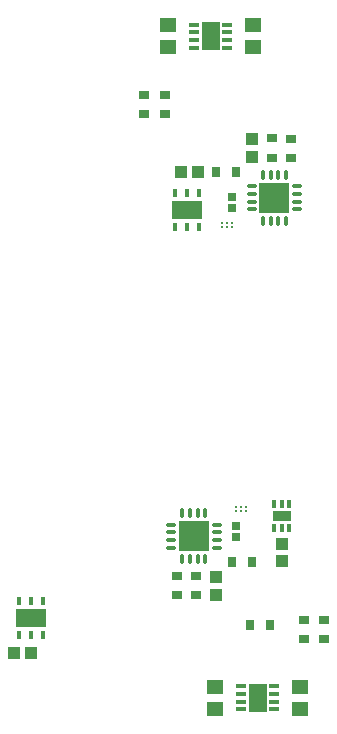
<source format=gtp>
G04*
G04 #@! TF.GenerationSoftware,Altium Limited,Altium Designer,23.8.1 (32)*
G04*
G04 Layer_Color=8421504*
%FSLAX25Y25*%
%MOIN*%
G70*
G04*
G04 #@! TF.SameCoordinates,E08CAFE3-3647-4911-8EA2-20DD2F02231A*
G04*
G04*
G04 #@! TF.FilePolarity,Positive*
G04*
G01*
G75*
%ADD14R,0.01181X0.02756*%
%ADD15R,0.06299X0.03504*%
%ADD16R,0.05866X0.09449*%
%ADD17R,0.03543X0.01378*%
%ADD18C,0.00787*%
%ADD19R,0.10236X0.10236*%
%ADD20O,0.03347X0.01181*%
%ADD21O,0.01181X0.03347*%
%ADD22R,0.01575X0.03150*%
%ADD23R,0.09843X0.05906*%
%ADD24R,0.02756X0.03543*%
%ADD25R,0.03543X0.02756*%
%ADD26R,0.03937X0.03937*%
%ADD27R,0.05709X0.05118*%
%ADD28R,0.02835X0.02677*%
%ADD29R,0.03937X0.03937*%
D14*
X18307Y-45886D02*
D03*
X15748D02*
D03*
X13189D02*
D03*
X18307Y-53720D02*
D03*
X15748D02*
D03*
X13189D02*
D03*
D15*
X15748Y-49803D02*
D03*
D16*
X7777Y-110380D02*
D03*
X-7874Y110236D02*
D03*
D17*
X13269Y-114219D02*
D03*
Y-111660D02*
D03*
Y-109101D02*
D03*
Y-106542D02*
D03*
X2285Y-114219D02*
D03*
Y-111660D02*
D03*
Y-109101D02*
D03*
Y-106542D02*
D03*
X-13366Y114075D02*
D03*
Y111516D02*
D03*
Y108957D02*
D03*
Y106398D02*
D03*
X-2382Y114075D02*
D03*
Y111516D02*
D03*
Y108957D02*
D03*
Y106398D02*
D03*
D18*
X3840Y-48176D02*
D03*
X2265D02*
D03*
X691D02*
D03*
X3840Y-46601D02*
D03*
X2265D02*
D03*
X691D02*
D03*
X-3937Y48031D02*
D03*
X-2362D02*
D03*
X-787D02*
D03*
X-3937Y46457D02*
D03*
X-2362D02*
D03*
X-787D02*
D03*
D19*
X-13483Y-56444D02*
D03*
X13386Y56299D02*
D03*
D20*
X-5904Y-52605D02*
D03*
Y-55164D02*
D03*
Y-57723D02*
D03*
Y-60282D02*
D03*
X-21061D02*
D03*
Y-57723D02*
D03*
Y-55164D02*
D03*
Y-52605D02*
D03*
X5807Y52461D02*
D03*
Y55020D02*
D03*
Y57579D02*
D03*
Y60138D02*
D03*
X20965D02*
D03*
Y57579D02*
D03*
Y55020D02*
D03*
Y52461D02*
D03*
D21*
X-9644Y-64022D02*
D03*
X-12203D02*
D03*
X-14762D02*
D03*
X-17321D02*
D03*
Y-48865D02*
D03*
X-14762D02*
D03*
X-12203D02*
D03*
X-9644D02*
D03*
X9547Y63878D02*
D03*
X12106D02*
D03*
X14665D02*
D03*
X17224D02*
D03*
Y48720D02*
D03*
X14665D02*
D03*
X12106D02*
D03*
X9547D02*
D03*
D22*
X-63878Y-77933D02*
D03*
X-67815D02*
D03*
X-71752D02*
D03*
X-63878Y-89272D02*
D03*
X-67815D02*
D03*
X-71752D02*
D03*
X-19685Y46693D02*
D03*
X-15748D02*
D03*
X-11811D02*
D03*
X-19685Y58031D02*
D03*
X-15748D02*
D03*
X-11811D02*
D03*
D23*
X-67815Y-83602D02*
D03*
X-15748Y52362D02*
D03*
D24*
X11811Y-86221D02*
D03*
X5299D02*
D03*
X5915Y-65105D02*
D03*
X-597D02*
D03*
X-6012Y64961D02*
D03*
X500D02*
D03*
D25*
X-18994Y-69617D02*
D03*
Y-76129D02*
D03*
X-12695Y-69723D02*
D03*
Y-76235D02*
D03*
X23132Y-84290D02*
D03*
Y-90802D02*
D03*
X29825Y-84290D02*
D03*
Y-90802D02*
D03*
X18898Y69472D02*
D03*
Y75984D02*
D03*
X12598Y69579D02*
D03*
Y76091D02*
D03*
X-23228Y84146D02*
D03*
Y90658D02*
D03*
X-29921Y84146D02*
D03*
Y90658D02*
D03*
D26*
X15846Y-64870D02*
D03*
Y-59146D02*
D03*
X-6002Y-75947D02*
D03*
Y-70223D02*
D03*
X5906Y75803D02*
D03*
Y70079D02*
D03*
D27*
X21950Y-106731D02*
D03*
Y-114030D02*
D03*
X-6396Y-106731D02*
D03*
Y-114030D02*
D03*
X-22047Y106587D02*
D03*
Y113886D02*
D03*
X6299Y106587D02*
D03*
Y113886D02*
D03*
D28*
X691Y-56640D02*
D03*
Y-53097D02*
D03*
X-787Y56496D02*
D03*
Y52953D02*
D03*
D29*
X-73441Y-95276D02*
D03*
X-67716D02*
D03*
X-12098Y64961D02*
D03*
X-17823D02*
D03*
M02*

</source>
